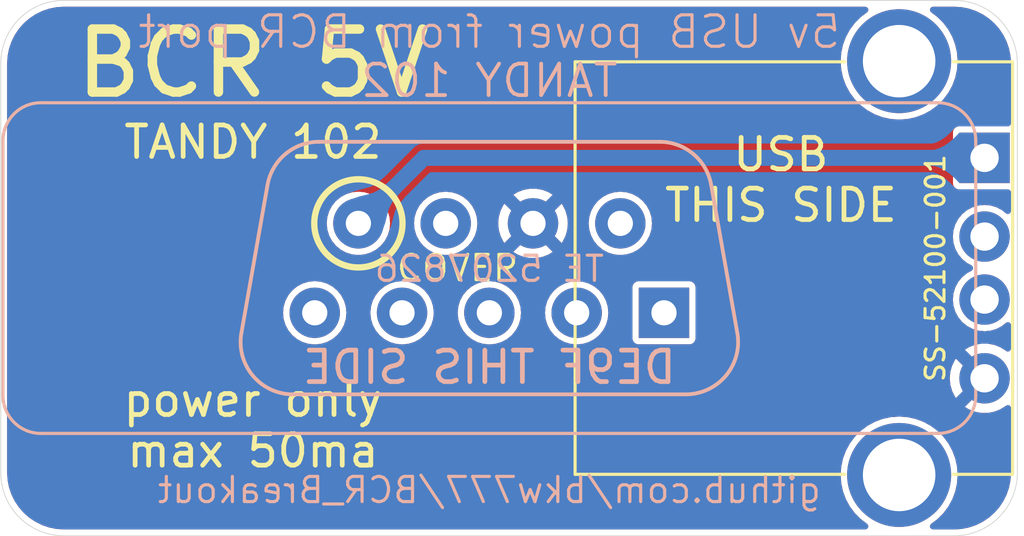
<source format=kicad_pcb>
(kicad_pcb (version 20240108) (generator "pcbnew") (generator_version "8.0")
  (title_block (title "BCR_USB_PWR_102_alt") (date "2025-03-23") (rev "002") (company "Brian K. White") (comment 1 "github.com/bkw777/BCR_Breakout") (comment 2 "CC-BY-SA"))
  (layers (0 "F.Cu" signal) (31 "B.Cu" signal) (34 "B.Paste" user) (35 "F.Paste" user) (36 "B.SilkS" user "B.Silkscreen") (37 "F.SilkS" user "F.Silkscreen") (38 "B.Mask" user) (39 "F.Mask" user) (44 "Edge.Cuts" user))
  (net 0 "")
  (net 1 "/+5V")
  (net 2 "/GND")
  (net 3 "Net-(CN2-PadSH)")
  (footprint "0_LOCAL:USB_A_Female_UE27AC54100" (layer "F.Cu") (at 140 95.758 -90)
    (property "Reference" "CN2" (hide yes))
    (property "Value" "UE27AC54100")
    (fp_line (start 6.55 10.28) (end -6.55 10.28) (stroke (width 0.1)) (layer "F.SilkS"))
    (fp_line (start -6.55 1.725) (end -6.55 10.28) (stroke (width 0.1)) (layer "F.SilkS"))
    (fp_line (start 6.55 1.725) (end 6.55 10.28) (stroke (width 0.1)) (layer "F.SilkS"))
    (fp_line (start -6.55 -3.6) (end -6.55 -1.725) (stroke (width 0.1)) (layer "F.SilkS"))
    (fp_line (start -6.55 -3.6) (end 6.55 -3.6) (stroke (width 0.1)) (layer "F.SilkS"))
    (fp_line (start 6.55 -3.6) (end 6.55 -1.725) (stroke (width 0.1)) (layer "F.SilkS"))
    (pad "1" thru_hole rect (at -3.5 -2.71 270) (size 1.6 1.6) (drill 0.9) (layers "*.Cu" "*.Mask") (net 1 "/+5V"))
    (pad "2" thru_hole circle (at -1 -2.71 270) (size 1.6 1.6) (drill 0.9) (layers "*.Cu" "*.Mask"))
    (pad "3" thru_hole circle (at 1 -2.71 270) (size 1.6 1.6) (drill 0.9) (layers "*.Cu" "*.Mask"))
    (pad "4" thru_hole circle (at 3.5 -2.71 270) (size 1.6 1.6) (drill 0.9) (layers "*.Cu" "*.Mask") (net 2 "/GND"))
    (pad "SH" thru_hole circle (at -6.57 0 270) (size 3.3 3.3) (drill 2.3) (layers "*.Cu" "*.Mask") (net 3 "Net-(CN2-PadSH)"))
    (pad "SH" thru_hole circle (at 6.57 0 270) (size 3.3 3.3) (drill 2.3) (layers "*.Cu" "*.Mask") (net 3 "Net-(CN2-PadSH)"))
  )
  (footprint "0_LOCAL:TE-5207826" (layer "B.Cu") (at 127 95.758)
    (property "Reference" "CN1" (hide yes))
    (property "Value" "DB9_Female")
    (fp_line (start -15.43 4.05) (end -15.43 -4.05) (stroke (width 0.1)) (layer "B.SilkS"))
    (fp_line (start -7.037733 -2.638256) (end -7.86647 2.061744) (stroke (width 0.12)) (layer "B.SilkS"))
    (fp_line (start 5.402952 -4.01) (end -5.402952 -4.01) (stroke (width 0.12)) (layer "B.SilkS"))
    (fp_line (start 6.231689 4.01) (end -6.231689 4.01) (stroke (width 0.12)) (layer "B.SilkS"))
    (fp_line (start 7.037733 -2.638256) (end 7.86647 2.061744) (stroke (width 0.12)) (layer "B.SilkS"))
    (fp_line (start 14.23 -5.25) (end -14.23 -5.25) (stroke (width 0.1)) (layer "B.SilkS"))
    (fp_line (start 14.23 5.25) (end -14.23 5.25) (stroke (width 0.1)) (layer "B.SilkS"))
    (fp_line (start 15.43 4.05) (end 15.43 -4.05) (stroke (width 0.1)) (layer "B.SilkS"))
    (fp_arc (start -15.43 -4.05) (mid -15.078528 -4.898528) (end -14.23 -5.25) (stroke (width 0.1)) (layer "B.SilkS"))
    (fp_arc (start -14.23 5.25) (mid -15.078528 4.898528) (end -15.43 4.05) (stroke (width 0.1)) (layer "B.SilkS"))
    (fp_arc (start -7.037733 -2.638256) (mid -6.469979 -3.621633) (end -5.402952 -4.01) (stroke (width 0.12)) (layer "B.SilkS"))
    (fp_arc (start -6.231689 4.01) (mid -7.503323 3.417028) (end -7.86647 2.061744) (stroke (width 0.12)) (layer "B.SilkS"))
    (fp_arc (start 5.402952 -4.01) (mid 6.469979 -3.621633) (end 7.037733 -2.638256) (stroke (width 0.12)) (layer "B.SilkS"))
    (fp_arc (start 7.86647 2.061744) (mid 7.503323 3.417024) (end 6.231689 4.01) (stroke (width 0.12)) (layer "B.SilkS"))
    (fp_arc (start 14.23 -5.25) (mid 15.078528 -4.898528) (end 15.43 -4.05) (stroke (width 0.1)) (layer "B.SilkS"))
    (fp_arc (start 15.43 4.05) (mid 15.078528 4.898528) (end 14.23 5.25) (stroke (width 0.1)) (layer "B.SilkS"))
    (pad "1" thru_hole rect (at 5.54 1.42) (size 1.6 1.6) (drill 0.8) (layers "*.Cu" "*.Mask"))
    (pad "2" thru_hole circle (at 2.77 1.42) (size 1.6 1.6) (drill 0.8) (layers "*.Cu" "*.Mask"))
    (pad "3" thru_hole circle (at 0 1.420001) (size 1.6 1.6) (drill 0.8) (layers "*.Cu" "*.Mask"))
    (pad "4" thru_hole circle (at -2.77 1.42) (size 1.6 1.6) (drill 0.8) (layers "*.Cu" "*.Mask"))
    (pad "5" thru_hole circle (at -5.54 1.42) (size 1.6 1.6) (drill 0.8) (layers "*.Cu" "*.Mask"))
    (pad "6" thru_hole circle (at 4.155 -1.42) (size 1.6 1.6) (drill 0.8) (layers "*.Cu" "*.Mask"))
    (pad "7" thru_hole circle (at 1.385 -1.420001) (size 1.6 1.6) (drill 0.8) (layers "*.Cu" "*.Mask") (net 2 "/GND"))
    (pad "8" thru_hole circle (at -1.385 -1.420001) (size 1.6 1.6) (drill 0.8) (layers "*.Cu" "*.Mask"))
    (pad "9" thru_hole circle (at -4.155 -1.42) (size 1.6 1.6) (drill 0.8) (layers "*.Cu" "*.Mask") (net 1 "/+5V"))
  )
  (gr_circle (center 122.845 94.338) (end 124.245 94.338) (stroke (width 0.2)) (fill none) (layer "F.SilkS"))
  (gr_line (start 143.75 102.258) (end 143.75 89.258) (stroke (width 0.0254)) (layer "Edge.Cuts"))
  (gr_arc (start 141.75 87.258) (mid 143.164214 87.843786) (end 143.75 89.258) (stroke (width 0.025)) (layer "Edge.Cuts"))
  (gr_arc (start 143.75 102.258) (mid 143.164214 103.672214) (end 141.75 104.258) (stroke (width 0.025)) (layer "Edge.Cuts"))
  (gr_arc (start 113.5 104.258) (mid 112.085786 103.672214) (end 111.5 102.258) (stroke (width 0.025)) (layer "Edge.Cuts"))
  (gr_line (start 111.5 89.258) (end 111.5 102.258) (stroke (width 0.0254)) (layer "Edge.Cuts"))
  (gr_line (start 113.5 104.258) (end 141.75 104.258) (stroke (width 0.0254)) (layer "Edge.Cuts"))
  (gr_line (start 141.75 87.258) (end 113.5 87.258) (stroke (width 0.0254)) (layer "Edge.Cuts"))
  (gr_arc (start 111.5 89.258) (mid 112.085786 87.843786) (end 113.5 87.258) (stroke (width 0.025)) (layer "Edge.Cuts"))
  (gr_text "${COMMENT1}" (at 127 102.808 0) (layer "B.SilkS") (effects (font (size 0.8 0.8) (thickness 0.1)) (justify mirror)))
  (gr_text "TE 5207826" (at 127 95.783 0) (layer "B.SilkS") (effects (font (size 0.8 0.8) (thickness 0.1)) (justify mirror)))
  (gr_text "TANDY 102" (at 127 89.808 0) (layer "B.SilkS") (effects (font (size 1 1) (thickness 0.12)) (justify mirror)))
  (gr_text "DE9F THIS SIDE" (at 127 98.908 0) (layer "B.SilkS") (effects (font (size 1 1)) (justify mirror)))
  (gr_text "5v USB power from BCR port" (at 127 88.258 0) (layer "B.SilkS") (effects (font (size 1 1) (thickness 0.1)) (justify mirror)))
  (gr_text "SS-52100-001" (at 141.15 95.758 90) (layer "F.SilkS") (effects (font (size 0.6 0.6) (thickness 0.1))))
  (gr_text "COVER" (at 124 95.758 0) (layer "F.SilkS") (effects (font (size 0.8 0.8) (thickness 0.1)) (justify left)))
  (gr_text "BCR 5V" (at 119.5 89.258 0) (layer "F.SilkS") (effects (font (size 2 2) (thickness 0.3))))
  (gr_text "TANDY 102" (at 119.5 91.758 0) (layer "F.SilkS") (effects (font (size 1 1))))
  (gr_text "USB\nTHIS SIDE" (at 136.25 92.958 0) (layer "F.SilkS") (effects (font (size 1 1))))
  (gr_text "power only\nmax 50ma" (at 119.5 100.758 0) (layer "F.SilkS") (effects (font (size 1 1))))
  (segment (start 142.71 92.258) (end 124.925 92.258) (width 0.508) (layer "B.Cu") (net 1))
  (segment (start 124.925 92.258) (end 122.845 94.338) (width 0.508) (layer "B.Cu") (net 1))
  (zone (net 2) (net_name "/GND") (layers "F&B.Cu") (connect_pads (clearance 0.2)) (min_thickness 0.2) (fill yes (thermal_gap 0.3) (thermal_bridge_width 0.4) (smoothing fillet) (radius 0.1))
    (polygon (pts (xy 111.5 87.258) (xy 111.5 104.258) (xy 143.75 104.258) (xy 143.85 104.158) (xy 143.85 87.258)))
  )
)
</source>
